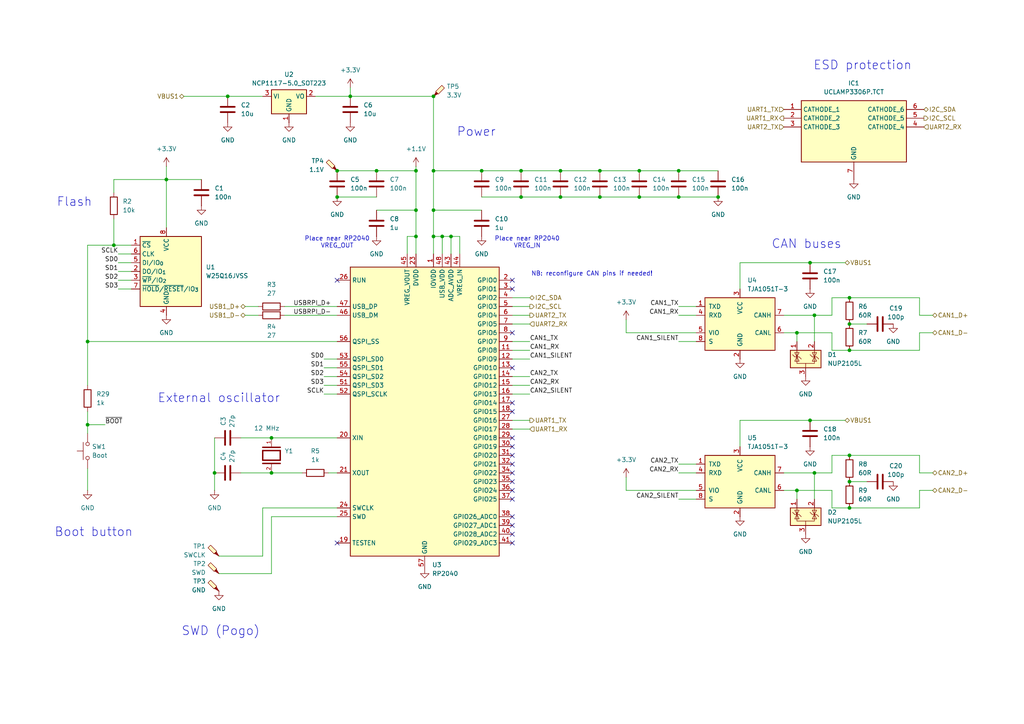
<source format=kicad_sch>
(kicad_sch (version 20250114) (generator "eeschema") (generator_version "9.0")
  (paper "A4")
  (title_block (title "UAV Sensor Probe") (date "2025-08-24") (rev "1") (comment 1 "Oleksiy Protas"))
  (lib_symbols
    (symbol "ABLS:ABLS-12.000MHZ-B4-T" (pin_names (offset 1.016))
      (property "Reference" "Y" (at -5.0878 3.8159 0))
      (property "Value" "ABLS-12.000MHZ-B4-T" (at -5.0944 -5.0944 0))
      (symbol "ABLS-12.000MHZ-B4-T_0_0"
        (polyline (pts (xy -2.3368 2.54) (xy -2.3368 -2.54)) (stroke (width 0.4064)))
        (polyline (pts (xy -1.397 2.54) (xy -1.397 -2.54)) (stroke (width 0.4064)))
        (polyline (pts (xy -1.397 2.54) (xy 1.397 2.54)) (stroke (width 0.4064)))
        (polyline (pts (xy 1.397 2.54) (xy 1.397 -2.54)) (stroke (width 0.4064)))
        (polyline (pts (xy 1.397 -2.54) (xy -1.397 -2.54)) (stroke (width 0.4064)))
        (polyline (pts (xy 2.3368 2.54) (xy 2.3368 -2.54)) (stroke (width 0.4064)))
        (pin passive line (at -5.08 0 0) (length 2.54) (name "~") (number "1"))
        (pin passive line (at 5.08 0 180) (length 2.54) (name "~") (number "2"))
      )
    )
    (symbol "Connector:TestPoint_Probe" (pin_numbers (hide yes)) (pin_names (offset 0.762) (hide yes))
      (property "Reference" "TP" (at 1.651 5.842 0))
      (property "Value" "TestPoint_Probe" (at 1.651 4.064 0))
      (symbol "TestPoint_Probe_0_1"
        (polyline (pts (xy 1.27 0.762) (xy 0 0) (xy 0.762 1.27) (xy 1.27 0.762)) (fill (type outline)))
        (polyline (pts (xy 1.397 0.635) (xy 0.635 1.397) (xy 2.413 3.175) (xy 3.175 2.413) (xy 1.397 0.635)) (fill (type background)))
      )
      (symbol "TestPoint_Probe_1_1"
        (pin passive line (at 0 0 90) (length 0) (name "1") (number "1"))
      )
    )
    (symbol "Device:C" (pin_numbers (hide yes)) (pin_names (offset 0.254))
      (property "Reference" "C" (at 0.635 2.54 0))
      (property "Value" "C" (at 0.635 -2.54 0))
      (symbol "C_0_1"
        (polyline (pts (xy -2.032 0.762) (xy 2.032 0.762)) (stroke (width 0.508)))
        (polyline (pts (xy -2.032 -0.762) (xy 2.032 -0.762)) (stroke (width 0.508)))
      )
      (symbol "C_1_1"
        (pin passive line (at 0 3.81 270) (length 2.794) (name "~") (number "1"))
        (pin passive line (at 0 -3.81 90) (length 2.794) (name "~") (number "2"))
      )
    )
    (symbol "Device:R" (pin_numbers (hide yes)) (pin_names (offset 0))
      (property "Reference" "R" (at 2.032 0 90))
      (property "Value" "R" (at 0 0 90))
      (symbol "R_0_1"
        (rectangle (start -1.016 -2.54) (end 1.016 2.54) (stroke (width 0.254)))
      )
      (symbol "R_1_1"
        (pin passive line (at 0 3.81 270) (length 1.27) (name "~") (number "1"))
        (pin passive line (at 0 -3.81 90) (length 1.27) (name "~") (number "2"))
      )
    )
    (symbol "Interface_CAN_LIN:TJA1051T-3" (pin_names (offset 1.016))
      (property "Reference" "U" (at -10.16 8.89 0))
      (property "Value" "TJA1051T-3" (at 1.27 8.89 0))
      (symbol "TJA1051T-3_0_1"
        (rectangle (start -10.16 7.62) (end 10.16 -7.62) (stroke (width 0.254)) (fill (type background)))
      )
      (symbol "TJA1051T-3_1_1"
        (pin input line (at -12.7 5.08 0) (length 2.54) (name "TXD") (number "1"))
        (pin output line (at -12.7 2.54 0) (length 2.54) (name "RXD") (number "4"))
        (pin power_in line (at -12.7 -2.54 0) (length 2.54) (name "VIO") (number "5"))
        (pin input line (at -12.7 -5.08 0) (length 2.54) (name "S") (number "8"))
        (pin power_in line (at 0 10.16 270) (length 2.54) (name "VCC") (number "3"))
        (pin power_in line (at 0 -10.16 90) (length 2.54) (name "GND") (number "2"))
        (pin bidirectional line (at 12.7 2.54 180) (length 2.54) (name "CANH") (number "7"))
        (pin bidirectional line (at 12.7 -2.54 180) (length 2.54) (name "CANL") (number "6"))
      )
    )
    (symbol "MCU_RaspberryPi:RP2040"
      (property "Reference" "U" (at 17.78 45.72 0))
      (property "Value" "RP2040" (at 17.78 43.18 0))
      (symbol "RP2040_0_1"
        (rectangle (start -21.59 41.91) (end 21.59 -41.91) (stroke (width 0.254)) (fill (type background)))
      )
      (symbol "RP2040_1_1"
        (pin input line (at -25.4 38.1 0) (length 3.81) (name "RUN") (number "26"))
        (pin bidirectional line (at -25.4 30.48 0) (length 3.81) (name "USB_DP") (number "47"))
        (pin bidirectional line (at -25.4 27.94 0) (length 3.81) (name "USB_DM") (number "46"))
        (pin bidirectional line (at -25.4 20.32 0) (length 3.81) (name "QSPI_SS") (number "56"))
        (pin bidirectional line (at -25.4 15.24 0) (length 3.81) (name "QSPI_SD0") (number "53"))
        (pin bidirectional line (at -25.4 12.7 0) (length 3.81) (name "QSPI_SD1") (number "55"))
        (pin bidirectional line (at -25.4 10.16 0) (length 3.81) (name "QSPI_SD2") (number "54"))
        (pin bidirectional line (at -25.4 7.62 0) (length 3.81) (name "QSPI_SD3") (number "51"))
        (pin output line (at -25.4 5.08 0) (length 3.81) (name "QSPI_SCLK") (number "52"))
        (pin input line (at -25.4 -7.62 0) (length 3.81) (name "XIN") (number "20"))
        (pin passive line (at -25.4 -17.78 0) (length 3.81) (name "XOUT") (number "21"))
        (pin input line (at -25.4 -27.94 0) (length 3.81) (name "SWCLK") (number "24"))
        (pin bidirectional line (at -25.4 -30.48 0) (length 3.81) (name "SWD") (number "25"))
        (pin input line (at -25.4 -38.1 0) (length 3.81) (name "TESTEN") (number "19"))
        (pin power_out line (at -5.08 45.72 270) (length 3.81) (name "VREG_VOUT") (number "45"))
        (pin power_in line (at -2.54 45.72 270) (length 3.81) (name "DVDD") (number "23"))
        (pin passive line (at -2.54 45.72 270) (length 3.81) (hide yes) (name "DVDD") (number "50"))
        (pin power_in line (at 0 -45.72 90) (length 3.81) (name "GND") (number "57"))
        (pin power_in line (at 2.54 45.72 270) (length 3.81) (name "IOVDD") (number "1"))
        (pin passive line (at 2.54 45.72 270) (length 3.81) (hide yes) (name "IOVDD") (number "10"))
        (pin passive line (at 2.54 45.72 270) (length 3.81) (hide yes) (name "IOVDD") (number "22"))
        (pin passive line (at 2.54 45.72 270) (length 3.81) (hide yes) (name "IOVDD") (number "33"))
        (pin passive line (at 2.54 45.72 270) (length 3.81) (hide yes) (name "IOVDD") (number "42"))
        (pin passive line (at 2.54 45.72 270) (length 3.81) (hide yes) (name "IOVDD") (number "49"))
        (pin power_in line (at 5.08 45.72 270) (length 3.81) (name "USB_VDD") (number "48"))
        (pin power_in line (at 7.62 45.72 270) (length 3.81) (name "ADC_AVDD") (number "43"))
        (pin power_in line (at 10.16 45.72 270) (length 3.81) (name "VREG_IN") (number "44"))
        (pin bidirectional line (at 25.4 38.1 180) (length 3.81) (name "GPIO0") (number "2"))
        (pin bidirectional line (at 25.4 35.56 180) (length 3.81) (name "GPIO1") (number "3"))
        (pin bidirectional line (at 25.4 33.02 180) (length 3.81) (name "GPIO2") (number "4"))
        (pin bidirectional line (at 25.4 30.48 180) (length 3.81) (name "GPIO3") (number "5"))
        (pin bidirectional line (at 25.4 27.94 180) (length 3.81) (name "GPIO4") (number "6"))
        (pin bidirectional line (at 25.4 25.4 180) (length 3.81) (name "GPIO5") (number "7"))
        (pin bidirectional line (at 25.4 22.86 180) (length 3.81) (name "GPIO6") (number "8"))
        (pin bidirectional line (at 25.4 20.32 180) (length 3.81) (name "GPIO7") (number "9"))
        (pin bidirectional line (at 25.4 17.78 180) (length 3.81) (name "GPIO8") (number "11"))
        (pin bidirectional line (at 25.4 15.24 180) (length 3.81) (name "GPIO9") (number "12"))
        (pin bidirectional line (at 25.4 12.7 180) (length 3.81) (name "GPIO10") (number "13"))
        (pin bidirectional line (at 25.4 10.16 180) (length 3.81) (name "GPIO11") (number "14"))
        (pin bidirectional line (at 25.4 7.62 180) (length 3.81) (name "GPIO12") (number "15"))
        (pin bidirectional line (at 25.4 5.08 180) (length 3.81) (name "GPIO13") (number "16"))
        (pin bidirectional line (at 25.4 2.54 180) (length 3.81) (name "GPIO14") (number "17"))
        (pin bidirectional line (at 25.4 0 180) (length 3.81) (name "GPIO15") (number "18"))
        (pin bidirectional line (at 25.4 -2.54 180) (length 3.81) (name "GPIO16") (number "27"))
        (pin bidirectional line (at 25.4 -5.08 180) (length 3.81) (name "GPIO17") (number "28"))
        (pin bidirectional line (at 25.4 -7.62 180) (length 3.81) (name "GPIO18") (number "29"))
        (pin bidirectional line (at 25.4 -10.16 180) (length 3.81) (name "GPIO19") (number "30"))
        (pin bidirectional line (at 25.4 -12.7 180) (length 3.81) (name "GPIO20") (number "31"))
        (pin bidirectional line (at 25.4 -15.24 180) (length 3.81) (name "GPIO21") (number "32"))
        (pin bidirectional line (at 25.4 -17.78 180) (length 3.81) (name "GPIO22") (number "34"))
        (pin bidirectional line (at 25.4 -20.32 180) (length 3.81) (name "GPIO23") (number "35"))
        (pin bidirectional line (at 25.4 -22.86 180) (length 3.81) (name "GPIO24") (number "36"))
        (pin bidirectional line (at 25.4 -25.4 180) (length 3.81) (name "GPIO25") (number "37"))
        (pin bidirectional line (at 25.4 -30.48 180) (length 3.81) (name "GPIO26_ADC0") (number "38"))
        (pin bidirectional line (at 25.4 -33.02 180) (length 3.81) (name "GPIO27_ADC1") (number "39"))
        (pin bidirectional line (at 25.4 -35.56 180) (length 3.81) (name "GPIO28_ADC2") (number "40"))
        (pin bidirectional line (at 25.4 -38.1 180) (length 3.81) (name "GPIO29_ADC3") (number "41"))
      )
    )
    (symbol "Memory_Flash:W25Q16JVSS"
      (property "Reference" "U" (at -6.35 11.43 0))
      (property "Value" "W25Q16JVSS" (at 7.62 11.43 0))
      (symbol "W25Q16JVSS_0_1"
        (rectangle (start -7.62 10.16) (end 10.16 -10.16) (stroke (width 0.254)) (fill (type background)))
      )
      (symbol "W25Q16JVSS_1_1"
        (pin input line (at -10.16 7.62 0) (length 2.54) (name "~{CS}") (number "1"))
        (pin input line (at -10.16 5.08 0) (length 2.54) (name "CLK") (number "6"))
        (pin bidirectional line (at -10.16 2.54 0) (length 2.54) (name "DI/IO_{0}") (number "5"))
        (pin bidirectional line (at -10.16 0 0) (length 2.54) (name "DO/IO_{1}") (number "2"))
        (pin bidirectional line (at -10.16 -2.54 0) (length 2.54) (name "~{WP}/IO_{2}") (number "3"))
        (pin bidirectional line (at -10.16 -5.08 0) (length 2.54) (name "~{HOLD}/~{RESET}/IO_{3}") (number "7"))
        (pin power_in line (at 0 12.7 270) (length 2.54) (name "VCC") (number "8"))
        (pin power_in line (at 0 -12.7 90) (length 2.54) (name "GND") (number "4"))
      )
    )
    (symbol "Power_Protection:NUP2105L" (pin_names (hide yes))
      (property "Reference" "D" (at 5.715 2.54 0))
      (property "Value" "NUP2105L" (at 5.715 0.635 0))
      (symbol "NUP2105L_0_0"
        (pin passive line (at 0 -5.08 90) (length 2.54) (name "A") (number "3"))
      )
      (symbol "NUP2105L_0_1"
        (rectangle (start -4.445 2.54) (end 4.445 -2.54) (stroke (width 0.254)) (fill (type background)))
        (polyline (pts (xy -3.81 1.27) (xy -3.175 0.635) (xy -1.905 0.635) (xy -1.27 0)))
        (polyline (pts (xy -2.54 2.54) (xy -2.54 0.635)))
        (polyline (pts (xy -2.54 0.635) (xy -2.54 -1.27) (xy 2.54 -1.27) (xy 2.54 0.635)))
        (polyline (pts (xy -2.54 0.635) (xy -1.905 -0.635) (xy -3.175 -0.635) (xy -2.54 0.635)))
        (polyline (pts (xy -2.54 0.635) (xy -3.175 1.905) (xy -1.905 1.905) (xy -2.54 0.635) (xy -2.54 1.27)))
        (polyline (pts (xy 0 -1.27) (xy 0 -2.54)))
        (polyline (pts (xy 1.27 1.27) (xy 1.905 0.635) (xy 2.54 0.635) (xy 3.175 0.635) (xy 3.81 0)))
        (polyline (pts (xy 2.54 2.54) (xy 2.54 0.635)))
        (polyline (pts (xy 2.54 0.635) (xy 1.905 -0.635) (xy 3.175 -0.635) (xy 2.54 0.635)))
        (polyline (pts (xy 2.54 0.635) (xy 3.175 1.905) (xy 1.905 1.905) (xy 2.54 0.635)))
      )
      (symbol "NUP2105L_1_1"
        (pin passive line (at -2.54 5.08 270) (length 2.54) (name "K") (number "1"))
        (pin passive line (at 2.54 5.08 270) (length 2.54) (name "K") (number "2"))
      )
    )
    (symbol "Regulator_Linear:NCP1117-5.0_SOT223"
      (property "Reference" "U" (at -3.81 3.175 0))
      (property "Value" "NCP1117-5.0_SOT223" (at 0 3.175 0))
      (symbol "NCP1117-5.0_SOT223_0_1"
        (rectangle (start -5.08 -5.08) (end 5.08 1.905) (stroke (width 0.254)) (fill (type background)))
      )
      (symbol "NCP1117-5.0_SOT223_1_1"
        (pin power_in line (at -7.62 0 0) (length 2.54) (name "VI") (number "3"))
        (pin power_in line (at 0 -7.62 90) (length 2.54) (name "GND") (number "1"))
        (pin power_out line (at 7.62 0 180) (length 2.54) (name "VO") (number "2"))
      )
    )
    (symbol "Switch:SW_Push" (pin_numbers (hide yes)) (pin_names (offset 1.016) (hide yes))
      (property "Reference" "SW1" (at 1.2701 -1.27 90))
      (property "Value" "Boot" (at -1.2699 -1.27 90))
      (symbol "SW_Push_0_1"
        (circle (center -2.032 0) (radius 0.508))
        (polyline (pts (xy 0 1.27) (xy 0 3.048)))
        (circle (center 2.032 0) (radius 0.508))
        (polyline (pts (xy 2.54 1.27) (xy -2.54 1.27)))
        (pin power_out line (at -5.08 0 0) (length 2.54) (name "1") (number "1"))
        (pin passive line (at 5.08 0 180) (length 2.54) (name "2") (number "2"))
      )
    )
    (symbol "UCLAMP330:UCLAMP3306P.TCT"
      (property "Reference" "IC" (at 36.83 7.62 0))
      (property "Value" "UCLAMP3306P.TCT" (at 36.83 5.08 0))
      (symbol "UCLAMP3306P.TCT_1_1"
        (rectangle (start 5.08 2.54) (end 35.56 -15.24) (stroke (width 0.254)) (fill (type background)))
        (pin passive line (at 0 0 0) (length 5.08) (name "CATHODE_1") (number "1"))
        (pin passive line (at 0 -2.54 0) (length 5.08) (name "CATHODE_2") (number "2"))
        (pin passive line (at 0 -5.08 0) (length 5.08) (name "CATHODE_3") (number "3"))
        (pin passive line (at 20.32 -20.32 90) (length 5.08) (name "GND") (number "7"))
        (pin passive line (at 40.64 0 180) (length 5.08) (name "CATHODE_6") (number "6"))
        (pin passive line (at 40.64 -2.54 180) (length 5.08) (name "CATHODE_5") (number "5"))
        (pin passive line (at 40.64 -5.08 180) (length 5.08) (name "CATHODE_4") (number "4"))
      )
    )
    (symbol "power:+1V1" (power) (pin_numbers (hide yes)) (pin_names (offset 0) (hide yes))
      (property "Value" "+1V1" (at 0 3.556 0))
      (symbol "+1V1_0_1"
        (polyline (pts (xy -0.762 1.27) (xy 0 2.54)))
        (polyline (pts (xy 0 2.54) (xy 0.762 1.27)))
        (polyline (pts (xy 0 0) (xy 0 2.54)))
      )
      (symbol "+1V1_1_1"
        (pin power_in line (at 0 0 90) (length 0) (name "~") (number "1"))
      )
    )
    (symbol "power:+3.3V" (power) (pin_numbers (hide yes)) (pin_names (offset 0) (hide yes))
      (property "Value" "+3.3V" (at 0 3.556 0))
      (symbol "+3.3V_0_1"
        (polyline (pts (xy -0.762 1.27) (xy 0 2.54)))
        (polyline (pts (xy 0 2.54) (xy 0.762 1.27)))
        (polyline (pts (xy 0 0) (xy 0 2.54)))
      )
      (symbol "+3.3V_1_1"
        (pin power_in line (at 0 0 90) (length 0) (name "~") (number "1"))
      )
    )
    (symbol "power:GND" (power) (pin_numbers (hide yes)) (pin_names (offset 0) (hide yes))
      (property "Value" "GND" (at 0 -3.81 0))
      (symbol "GND_0_1"
        (polyline (pts (xy 0 0) (xy 0 -1.27) (xy 1.27 -1.27) (xy 0 -2.54) (xy -1.27 -1.27) (xy 0 -1.27)))
      )
      (symbol "GND_1_1"
        (pin power_in line (at 0 0 270) (length 0) (name "~") (number "1"))
      )
    )
  )
  (text "Power" (at 138.176 38.354 0) (effects (font (size 2.54 2.54))))
  (text "Place near RP2040\nVREG_OUT" (at 97.79 70.358 0) (effects (font (size 1.27 1.27))))
  (text "ESD protection" (at 250.19 19.05 0) (effects (font (size 2.54 2.54))))
  (text "CAN buses" (at 233.934 70.866 0) (effects (font (size 2.54 2.54))))
  (text "Flash" (at 21.59 58.674 0) (effects (font (size 2.54 2.54))))
  (text "Place near RP2040\nVREG_IN" (at 152.908 70.358 0) (effects (font (size 1.27 1.27))))
  (text "NB: reconfigure CAN pins if needed!" (at 171.704 79.502 0) (effects (font (size 1.27 1.27))))
  (text "Boot button" (at 27.178 154.432 0) (effects (font (size 2.54 2.54))))
  (text "SWD (Pogo)" (at 64.008 183.134 0) (effects (font (size 2.54 2.54))))
  (text "External oscillator" (at 63.5 115.57 0) (effects (font (size 2.54 2.54))))
  (junction (at 196.85 57.15))
  (junction (at 246.38 101.6))
  (junction (at 185.42 57.15))
  (junction (at 246.38 139.7))
  (junction (at 236.22 137.16))
  (junction (at 139.7 49.53))
  (junction (at 78.74 137.16))
  (junction (at 234.95 121.92))
  (junction (at 97.79 57.15))
  (junction (at 120.65 68.58))
  (junction (at 246.38 147.32))
  (junction (at 196.85 49.53))
  (junction (at 208.28 57.15))
  (junction (at 109.22 49.53))
  (junction (at 173.99 49.53))
  (junction (at 33.02 71.12))
  (junction (at 120.65 60.96))
  (junction (at 234.95 76.2))
  (junction (at 125.73 60.96))
  (junction (at 48.26 52.07))
  (junction (at 162.56 57.15))
  (junction (at 25.4 123.19))
  (junction (at 101.6 27.94))
  (junction (at 125.73 68.58))
  (junction (at 128.27 68.58))
  (junction (at 125.73 49.53))
  (junction (at 130.81 68.58))
  (junction (at 185.42 49.53))
  (junction (at 231.14 96.52))
  (junction (at 231.14 142.24))
  (junction (at 125.73 27.94))
  (junction (at 62.23 137.16))
  (junction (at 151.13 57.15))
  (junction (at 25.4 99.06))
  (junction (at 173.99 57.15))
  (junction (at 246.38 132.08))
  (junction (at 162.56 49.53))
  (junction (at 120.65 49.53))
  (junction (at 97.79 49.53))
  (junction (at 151.13 49.53))
  (junction (at 78.74 127))
  (junction (at 66.04 27.94))
  (junction (at 236.22 91.44))
  (junction (at 246.38 93.98))
  (junction (at 246.38 86.36))
  (no_connect (at 148.59 157.48))
  (no_connect (at 97.79 157.48))
  (no_connect (at 148.59 83.82))
  (no_connect (at 148.59 142.24))
  (no_connect (at 148.59 134.62))
  (no_connect (at 148.59 106.68))
  (no_connect (at 148.59 96.52))
  (no_connect (at 148.59 127))
  (no_connect (at 148.59 132.08))
  (no_connect (at 148.59 152.4))
  (no_connect (at 148.59 137.16))
  (no_connect (at 148.59 139.7))
  (no_connect (at 148.59 81.28))
  (no_connect (at 97.79 81.28))
  (no_connect (at 148.59 129.54))
  (no_connect (at 148.59 119.38))
  (no_connect (at 148.59 116.84))
  (no_connect (at 148.59 149.86))
  (no_connect (at 148.59 154.94))
  (no_connect (at 148.59 144.78))
  (wire (pts (xy 62.23 127) (xy 62.23 137.16)))
  (wire (pts (xy 120.65 48.26) (xy 120.65 49.53)))
  (wire (pts (xy 162.56 49.53) (xy 173.99 49.53)))
  (wire (pts (xy 97.79 147.32) (xy 76.2 147.32)))
  (wire (pts (xy 162.56 57.15) (xy 173.99 57.15)))
  (wire (pts (xy 101.6 25.4) (xy 101.6 27.94)))
  (wire (pts (xy 246.38 101.6) (xy 266.7 101.6)))
  (wire (pts (xy 69.85 127) (xy 78.74 127)))
  (wire (pts (xy 25.4 135.89) (xy 25.4 142.24)))
  (wire (pts (xy 53.34 27.94) (xy 66.04 27.94)))
  (wire (pts (xy 34.29 78.74) (xy 38.1 78.74)))
  (wire (pts (xy 62.23 137.16) (xy 62.23 142.24)))
  (wire (pts (xy 266.7 91.44) (xy 266.7 86.36)))
  (wire (pts (xy 125.73 49.53) (xy 139.7 49.53)))
  (wire (pts (xy 48.26 48.26) (xy 48.26 52.07)))
  (wire (pts (xy 151.13 49.53) (xy 162.56 49.53)))
  (wire (pts (xy 76.2 147.32) (xy 76.2 161.29)))
  (wire (pts (xy 25.4 123.19) (xy 25.4 119.38)))
  (wire (pts (xy 82.55 88.9) (xy 97.79 88.9)))
  (wire (pts (xy 231.14 142.24) (xy 241.3 142.24)))
  (wire (pts (xy 266.7 142.24) (xy 266.7 147.32)))
  (wire (pts (xy 181.61 96.52) (xy 201.93 96.52)))
  (wire (pts (xy 241.3 91.44) (xy 241.3 86.36)))
  (wire (pts (xy 153.67 93.98) (xy 148.59 93.98)))
  (wire (pts (xy 93.98 111.76) (xy 97.79 111.76)))
  (wire (pts (xy 241.3 96.52) (xy 241.3 101.6)))
  (wire (pts (xy 181.61 142.24) (xy 201.93 142.24)))
  (wire (pts (xy 196.85 57.15) (xy 208.28 57.15)))
  (wire (pts (xy 120.65 49.53) (xy 120.65 60.96)))
  (wire (pts (xy 231.14 142.24) (xy 231.14 144.78)))
  (wire (pts (xy 270.51 96.52) (xy 266.7 96.52)))
  (wire (pts (xy 245.11 76.2) (xy 234.95 76.2)))
  (wire (pts (xy 153.67 88.9) (xy 148.59 88.9)))
  (wire (pts (xy 91.44 27.94) (xy 101.6 27.94)))
  (wire (pts (xy 153.67 91.44) (xy 148.59 91.44)))
  (wire (pts (xy 173.99 57.15) (xy 185.42 57.15)))
  (wire (pts (xy 270.51 142.24) (xy 266.7 142.24)))
  (wire (pts (xy 118.11 68.58) (xy 120.65 68.58)))
  (wire (pts (xy 148.59 109.22) (xy 153.67 109.22)))
  (wire (pts (xy 128.27 68.58) (xy 130.81 68.58)))
  (wire (pts (xy 82.55 91.44) (xy 97.79 91.44)))
  (wire (pts (xy 125.73 49.53) (xy 125.73 60.96)))
  (wire (pts (xy 33.02 55.88) (xy 33.02 52.07)))
  (wire (pts (xy 130.81 68.58) (xy 133.35 68.58)))
  (wire (pts (xy 48.26 52.07) (xy 58.42 52.07)))
  (wire (pts (xy 214.63 83.82) (xy 214.63 76.2)))
  (wire (pts (xy 196.85 137.16) (xy 201.93 137.16)))
  (wire (pts (xy 25.4 111.76) (xy 25.4 99.06)))
  (wire (pts (xy 246.38 139.7) (xy 251.46 139.7)))
  (wire (pts (xy 120.65 60.96) (xy 120.65 68.58)))
  (wire (pts (xy 214.63 129.54) (xy 214.63 121.92)))
  (wire (pts (xy 125.73 68.58) (xy 125.73 73.66)))
  (wire (pts (xy 120.65 68.58) (xy 120.65 73.66)))
  (wire (pts (xy 196.85 134.62) (xy 201.93 134.62)))
  (wire (pts (xy 196.85 99.06) (xy 201.93 99.06)))
  (wire (pts (xy 38.1 71.12) (xy 33.02 71.12)))
  (wire (pts (xy 34.29 83.82) (xy 38.1 83.82)))
  (wire (pts (xy 139.7 49.53) (xy 151.13 49.53)))
  (wire (pts (xy 118.11 73.66) (xy 118.11 68.58)))
  (wire (pts (xy 34.29 73.66) (xy 38.1 73.66)))
  (wire (pts (xy 148.59 114.3) (xy 153.67 114.3)))
  (wire (pts (xy 196.85 49.53) (xy 208.28 49.53)))
  (wire (pts (xy 78.74 137.16) (xy 87.63 137.16)))
  (wire (pts (xy 63.5 166.37) (xy 78.74 166.37)))
  (wire (pts (xy 196.85 144.78) (xy 201.93 144.78)))
  (wire (pts (xy 71.12 88.9) (xy 74.93 88.9)))
  (wire (pts (xy 148.59 104.14) (xy 153.67 104.14)))
  (wire (pts (xy 227.33 96.52) (xy 231.14 96.52)))
  (wire (pts (xy 78.74 166.37) (xy 78.74 149.86)))
  (wire (pts (xy 125.73 60.96) (xy 139.7 60.96)))
  (wire (pts (xy 125.73 27.94) (xy 125.73 49.53)))
  (wire (pts (xy 33.02 71.12) (xy 33.02 63.5)))
  (wire (pts (xy 245.11 121.92) (xy 234.95 121.92)))
  (wire (pts (xy 153.67 121.92) (xy 148.59 121.92)))
  (wire (pts (xy 236.22 137.16) (xy 241.3 137.16)))
  (wire (pts (xy 34.29 81.28) (xy 38.1 81.28)))
  (wire (pts (xy 78.74 127) (xy 97.79 127)))
  (wire (pts (xy 196.85 88.9) (xy 201.93 88.9)))
  (wire (pts (xy 270.51 91.44) (xy 266.7 91.44)))
  (wire (pts (xy 125.73 68.58) (xy 128.27 68.58)))
  (wire (pts (xy 25.4 99.06) (xy 97.79 99.06)))
  (wire (pts (xy 95.25 137.16) (xy 97.79 137.16)))
  (wire (pts (xy 148.59 111.76) (xy 153.67 111.76)))
  (wire (pts (xy 93.98 114.3) (xy 97.79 114.3)))
  (wire (pts (xy 78.74 149.86) (xy 97.79 149.86)))
  (wire (pts (xy 153.67 101.6) (xy 148.59 101.6)))
  (wire (pts (xy 185.42 57.15) (xy 196.85 57.15)))
  (wire (pts (xy 241.3 142.24) (xy 241.3 147.32)))
  (wire (pts (xy 236.22 137.16) (xy 236.22 144.78)))
  (wire (pts (xy 196.85 91.44) (xy 201.93 91.44)))
  (wire (pts (xy 109.22 60.96) (xy 120.65 60.96)))
  (wire (pts (xy 214.63 121.92) (xy 234.95 121.92)))
  (wire (pts (xy 128.27 68.58) (xy 128.27 73.66)))
  (wire (pts (xy 181.61 138.43) (xy 181.61 142.24)))
  (wire (pts (xy 185.42 49.53) (xy 196.85 49.53)))
  (wire (pts (xy 246.38 132.08) (xy 266.7 132.08)))
  (wire (pts (xy 69.85 137.16) (xy 78.74 137.16)))
  (wire (pts (xy 97.79 57.15) (xy 109.22 57.15)))
  (wire (pts (xy 241.3 101.6) (xy 246.38 101.6)))
  (wire (pts (xy 266.7 96.52) (xy 266.7 101.6)))
  (wire (pts (xy 97.79 49.53) (xy 109.22 49.53)))
  (wire (pts (xy 227.33 137.16) (xy 236.22 137.16)))
  (wire (pts (xy 93.98 106.68) (xy 97.79 106.68)))
  (wire (pts (xy 236.22 91.44) (xy 241.3 91.44)))
  (wire (pts (xy 93.98 104.14) (xy 97.79 104.14)))
  (wire (pts (xy 214.63 76.2) (xy 234.95 76.2)))
  (wire (pts (xy 241.3 147.32) (xy 246.38 147.32)))
  (wire (pts (xy 236.22 91.44) (xy 236.22 99.06)))
  (wire (pts (xy 76.2 161.29) (xy 63.5 161.29)))
  (wire (pts (xy 133.35 68.58) (xy 133.35 73.66)))
  (wire (pts (xy 25.4 71.12) (xy 25.4 99.06)))
  (wire (pts (xy 231.14 96.52) (xy 231.14 99.06)))
  (wire (pts (xy 241.3 132.08) (xy 246.38 132.08)))
  (wire (pts (xy 151.13 57.15) (xy 162.56 57.15)))
  (wire (pts (xy 25.4 125.73) (xy 25.4 123.19)))
  (wire (pts (xy 241.3 86.36) (xy 246.38 86.36)))
  (wire (pts (xy 71.12 91.44) (xy 74.93 91.44)))
  (wire (pts (xy 101.6 27.94) (xy 125.73 27.94)))
  (wire (pts (xy 227.33 142.24) (xy 231.14 142.24)))
  (wire (pts (xy 33.02 52.07) (xy 48.26 52.07)))
  (wire (pts (xy 241.3 137.16) (xy 241.3 132.08)))
  (wire (pts (xy 125.73 60.96) (xy 125.73 68.58)))
  (wire (pts (xy 93.98 109.22) (xy 97.79 109.22)))
  (wire (pts (xy 266.7 137.16) (xy 266.7 132.08)))
  (wire (pts (xy 246.38 147.32) (xy 266.7 147.32)))
  (wire (pts (xy 173.99 49.53) (xy 185.42 49.53)))
  (wire (pts (xy 66.04 27.94) (xy 76.2 27.94)))
  (wire (pts (xy 181.61 92.71) (xy 181.61 96.52)))
  (wire (pts (xy 34.29 76.2) (xy 38.1 76.2)))
  (wire (pts (xy 130.81 68.58) (xy 130.81 73.66)))
  (wire (pts (xy 153.67 124.46) (xy 148.59 124.46)))
  (wire (pts (xy 246.38 93.98) (xy 251.46 93.98)))
  (wire (pts (xy 231.14 96.52) (xy 241.3 96.52)))
  (wire (pts (xy 109.22 49.53) (xy 120.65 49.53)))
  (wire (pts (xy 33.02 71.12) (xy 25.4 71.12)))
  (wire (pts (xy 227.33 91.44) (xy 236.22 91.44)))
  (wire (pts (xy 270.51 137.16) (xy 266.7 137.16)))
  (wire (pts (xy 153.67 99.06) (xy 148.59 99.06)))
  (wire (pts (xy 246.38 86.36) (xy 266.7 86.36)))
  (wire (pts (xy 48.26 52.07) (xy 48.26 66.04)))
  (wire (pts (xy 25.4 123.19) (xy 30.48 123.19)))
  (wire (pts (xy 139.7 57.15) (xy 151.13 57.15)))
  (wire (pts (xy 153.67 86.36) (xy 148.59 86.36)))
  (label "SD2" (at 34.29 81.28 180))
  (label "CAN1_RX" (at 153.67 101.6 0))
  (label "CAN2_TX" (at 153.67 109.22 0))
  (label "SD3" (at 34.29 83.82 180))
  (label "CAN1_RX" (at 196.85 91.44 180))
  (label "SD1" (at 34.29 78.74 180))
  (label "SD2" (at 93.98 109.22 180))
  (label "SD3" (at 93.98 111.76 180))
  (label "CAN2_SILENT" (at 153.67 114.3 0))
  (label "CAN2_TX" (at 196.85 134.62 180))
  (label "SD1" (at 93.98 106.68 180))
  (label "SD0" (at 34.29 76.2 180))
  (label "CAN2_SILENT" (at 196.85 144.78 180))
  (label "CAN2_RX" (at 196.85 137.16 180))
  (label "CAN1_TX" (at 153.67 99.06 0))
  (label "USBRPI_D-" (at 85.09 91.44 0))
  (label "USBRPI_D+" (at 85.09 88.9 0))
  (label "SCLK" (at 34.29 73.66 180))
  (label "CAN1_SILENT" (at 153.67 104.14 0))
  (label "CAN1_TX" (at 196.85 88.9 180))
  (label "SCLK" (at 93.98 114.3 180))
  (label "CAN2_RX" (at 153.67 111.76 0))
  (label "~{BOOT}" (at 30.48 123.19 0))
  (label "SD0" (at 93.98 104.14 180))
  (label "CAN1_SILENT" (at 196.85 99.06 180))
  (hierarchical_label "VBUS1" (shape bidirectional) (at 245.11 76.2 0))
  (hierarchical_label "I2C_SCL" (shape output) (at 153.67 88.9 0))
  (hierarchical_label "VBUS1" (shape bidirectional) (at 53.34 27.94 180))
  (hierarchical_label "USB1_D+" (shape bidirectional) (at 71.12 88.9 180))
  (hierarchical_label "UART1_TX" (shape output) (at 153.67 121.92 0))
  (hierarchical_label "UART2_RX" (shape input) (at 153.67 93.98 0))
  (hierarchical_label "UART2_TX" (shape output) (at 153.67 91.44 0))
  (hierarchical_label "CAN2_D+" (shape bidirectional) (at 270.51 137.16 0))
  (hierarchical_label "USB1_D-" (shape bidirectional) (at 71.12 91.44 180))
  (hierarchical_label "I2C_SDA" (shape bidirectional) (at 267.97 31.75 0))
  (hierarchical_label "UART1_TX" (shape input) (at 227.33 31.75 180))
  (hierarchical_label "UART2_RX" (shape input) (at 267.97 36.83 0))
  (hierarchical_label "UART2_TX" (shape input) (at 227.33 36.83 180))
  (hierarchical_label "CAN1_D+" (shape bidirectional) (at 270.51 91.44 0))
  (hierarchical_label "UART1_RX" (shape input) (at 153.67 124.46 0))
  (hierarchical_label "CAN2_D-" (shape bidirectional) (at 270.51 142.24 0))
  (hierarchical_label "CAN1_D-" (shape bidirectional) (at 270.51 96.52 0))
  (hierarchical_label "I2C_SDA" (shape bidirectional) (at 153.67 86.36 0))
  (hierarchical_label "I2C_SCL" (shape output) (at 267.97 34.29 0))
  (hierarchical_label "UART1_RX" (shape output) (at 227.33 34.29 180))
  (hierarchical_label "VBUS1" (shape bidirectional) (at 245.11 121.92 0))
  (symbol (lib_id "power:GND") (at 259.08 93.98 0) (unit 1)
    (property "Reference" "#PWR026" (effects (hide yes)))
    (property "Value" "GND" (at 259.08 99.06 0))
    (property "Description" "Power symbol creates a global label with name \"GND\" , ground" (effects (hide yes)))
  )
  (symbol (lib_id "Device:C") (at 255.27 139.7 270) (mirror x) (unit 1)
    (property "Reference" "C20" (at 259.842 135.128 90))
    (property "Value" "100p" (at 259.842 137.668 90))
    (property "Footprint" "Capacitor_SMD:C_0402_1005Metric" (effects (hide yes)))
    (property "Description" "Unpolarized capacitor" (effects (hide yes)))
  )
  (symbol (lib_id "power:+3.3V") (at 181.61 138.43 0) (unit 1)
    (property "Reference" "#PWR017" (effects (hide yes)))
    (property "Value" "+3.3V" (at 181.61 133.35 0))
    (property "Description" "Power symbol creates a global label with name \"+3.3V\"" (effects (hide yes)))
  )
  (symbol (lib_id "Connector:TestPoint_Probe") (at 125.73 27.94 0) (unit 1) (in_bom no)
    (property "Reference" "TP5" (at 129.54 25.0824 0) (effects (justify left)))
    (property "Value" "3.3V" (at 129.54 27.6224 0) (effects (justify left)))
    (property "Footprint" "TestPoint:TestPoint_Pad_D1.5mm" (effects (hide yes)))
    (property "Description" "test point (alternative probe-style design)" (effects (hide yes)))
  )
  (symbol (lib_id "Connector:TestPoint_Probe") (at 63.5 166.37 0) (mirror y) (unit 1) (in_bom no)
    (property "Reference" "TP2" (at 59.69 163.5124 0) (effects (justify left)))
    (property "Value" "SWD" (at 59.69 166.0524 0) (effects (justify left)))
    (property "Footprint" "TestPoint:TestPoint_Pad_D1.5mm" (effects (hide yes)))
    (property "Description" "test point (alternative probe-style design)" (effects (hide yes)))
  )
  (symbol (lib_id "Device:C") (at 66.04 31.75 0) (unit 1)
    (property "Reference" "C2" (at 69.85 30.4799 0) (effects (justify left)))
    (property "Value" "10u" (at 69.85 33.0199 0) (effects (justify left)))
    (property "Footprint" "Capacitor_SMD:C_0402_1005Metric" (effects (hide yes)))
    (property "Description" "Unpolarized capacitor" (effects (hide yes)))
  )
  (symbol (lib_id "power:GND") (at 259.08 139.7 0) (unit 1)
    (property "Reference" "#PWR027" (effects (hide yes)))
    (property "Value" "GND" (at 259.08 144.78 0))
    (property "Description" "Power symbol creates a global label with name \"GND\" , ground" (effects (hide yes)))
  )
  (symbol (lib_id "Device:R") (at 78.74 88.9 90) (unit 1)
    (property "Reference" "R3" (at 78.74 82.55 90))
    (property "Value" "27" (at 78.74 85.09 90))
    (property "Footprint" "Resistor_SMD:R_0603_1608Metric" (effects (hide yes)))
    (property "Description" "Resistor" (effects (hide yes)))
  )
  (symbol (lib_id "Device:R") (at 91.44 137.16 90) (unit 1)
    (property "Reference" "R5" (at 91.44 130.81 90))
    (property "Value" "1k" (at 91.44 133.35 90))
    (property "Footprint" "Resistor_SMD:R_0402_1005Metric" (effects (hide yes)))
    (property "Description" "Resistor" (effects (hide yes)))
  )
  (symbol (lib_id "power:GND") (at 234.95 129.54 0) (unit 1)
    (property "Reference" "#PWR024" (effects (hide yes)))
    (property "Value" "GND" (at 234.95 134.62 0))
    (property "Description" "Power symbol creates a global label with name \"GND\" , ground" (effects (hide yes)))
  )
  (symbol (lib_id "power:GND") (at 234.95 83.82 0) (unit 1)
    (property "Reference" "#PWR023" (effects (hide yes)))
    (property "Value" "GND" (at 234.95 88.9 0))
    (property "Description" "Power symbol creates a global label with name \"GND\" , ground" (effects (hide yes)))
  )
  (symbol (lib_id "Device:C") (at 151.13 53.34 0) (unit 1)
    (property "Reference" "C11" (at 154.94 52.0699 0) (effects (justify left)))
    (property "Value" "100n" (at 154.94 54.6099 0) (effects (justify left)))
    (property "Footprint" "Capacitor_SMD:C_0402_1005Metric" (effects (hide yes)))
    (property "Description" "Unpolarized capacitor" (effects (hide yes)))
  )
  (symbol (lib_id "power:+3.3V") (at 48.26 48.26 0) (unit 1)
    (property "Reference" "#PWR02" (effects (hide yes)))
    (property "Value" "+3.3V" (at 48.26 43.18 0))
    (property "Description" "Power symbol creates a global label with name \"+3.3V\"" (effects (hide yes)))
  )
  (symbol (lib_id "Device:R") (at 246.38 97.79 180) (unit 1)
    (property "Reference" "R7" (at 248.92 96.5199 0) (effects (justify right)))
    (property "Value" "60R" (at 248.92 99.0599 0) (effects (justify right)))
    (property "Footprint" "Resistor_SMD:R_0402_1005Metric" (effects (hide yes)))
    (property "Description" "Resistor" (effects (hide yes)))
  )
  (symbol (lib_id "power:+1V1") (at 120.65 48.26 0) (unit 1)
    (property "Reference" "#PWR013" (effects (hide yes)))
    (property "Value" "+1.1V" (at 120.65 43.18 0))
    (property "Description" "Power symbol creates a global label with name \"+1V1\"" (effects (hide yes)))
  )
  (symbol (lib_id "power:GND") (at 109.22 68.58 0) (unit 1)
    (property "Reference" "#PWR012" (effects (hide yes)))
    (property "Value" "GND" (at 109.22 73.66 0))
    (property "Description" "Power symbol creates a global label with name \"GND\" , ground" (effects (hide yes)))
  )
  (symbol (lib_id "power:GND") (at 247.65 52.07 0) (unit 1)
    (property "Reference" "#PWR025" (effects (hide yes)))
    (property "Value" "GND" (at 247.65 57.15 0))
    (property "Description" "Power symbol creates a global label with name \"GND\" , ground" (effects (hide yes)))
  )
  (symbol (lib_id "power:+3.3V") (at 101.6 25.4 0) (unit 1)
    (property "Reference" "#PWR010" (effects (hide yes)))
    (property "Value" "+3.3V" (at 101.6 20.32 0))
    (property "Description" "Power symbol creates a global label with name \"+3.3V\"" (effects (hide yes)))
  )
  (symbol (lib_id "Device:C") (at 196.85 53.34 0) (unit 1)
    (property "Reference" "C15" (at 200.66 52.0699 0) (effects (justify left)))
    (property "Value" "100n" (at 200.66 54.6099 0) (effects (justify left)))
    (property "Footprint" "Capacitor_SMD:C_0402_1005Metric" (effects (hide yes)))
    (property "Description" "Unpolarized capacitor" (effects (hide yes)))
  )
  (symbol (lib_id "Device:C") (at 97.79 53.34 0) (unit 1)
    (property "Reference" "C5" (at 101.6 52.0699 0) (effects (justify left)))
    (property "Value" "100n" (at 101.6 54.6099 0) (effects (justify left)))
    (property "Footprint" "Capacitor_SMD:C_0402_1005Metric" (effects (hide yes)))
    (property "Description" "Unpolarized capacitor" (effects (hide yes)))
  )
  (symbol (lib_id "ABLS:ABLS-12.000MHZ-B4-T") (at 78.74 132.08 270) (unit 1)
    (property "Reference" "Y1" (at 82.55 130.8099 90) (effects (justify left)))
    (property "Value" "12 MHz" (at 73.66 124.206 90) (effects (justify left)))
    (property "Footprint" "Import:XTAL_ABLS-12.000MHZ-B4-T" (effects (hide yes)))
    (property "MF" "Abracon LLC" (effects (hide yes)))
    (property "MAXIMUM_PACKAGE_HEIGHT" "4.2 mm" (effects (hide yes)))
    (property "Package" "HC-49/US Abracon LLC" (effects (hide yes)))
    (property "Price" "None" (effects (hide yes)))
    (property "Check_prices" "https://www.snapeda.com/parts/ABLS-12.000MHZ-B4-T/Abracon/view-part/?ref=eda" (effects (hide yes)))
    (property "STANDARD" "Manufacturer Recommendations" (effects (hide yes)))
    (property "PARTREV" "02.16.2021" (effects (hide yes)))
    (property "SnapEDA_Link" "https://www.snapeda.com/parts/ABLS-12.000MHZ-B4-T/Abracon/view-part/?ref=snap" (effects (hide yes)))
    (property "MPN" "ABLS-12.000MHZ-B4-T" (effects (hide yes)))
    (property "Description_1" "HC/49US (AT49) SMD LOW PROFILE CRYSTAL" (effects (hide yes)))
    (property "Availability" "In Stock" (effects (hide yes)))
    (property "MANUFACTURER" "Abracon" (effects (hide yes)))
  )
  (symbol (lib_id "Connector:TestPoint_Probe") (at 63.5 171.45 0) (mirror y) (unit 1) (in_bom no)
    (property "Reference" "TP3" (at 59.69 168.5924 0) (effects (justify left)))
    (property "Value" "GND" (at 59.69 171.1324 0) (effects (justify left)))
    (property "Footprint" "TestPoint:TestPoint_Pad_D1.5mm" (effects (hide yes)))
    (property "Description" "test point (alternative probe-style design)" (effects (hide yes)))
  )
  (symbol (lib_id "Device:R") (at 78.74 91.44 90) (unit 1)
    (property "Reference" "R4" (at 78.74 94.742 90))
    (property "Value" "27" (at 78.74 97.282 90))
    (property "Footprint" "Resistor_SMD:R_0402_1005Metric" (effects (hide yes)))
    (property "Description" "Resistor" (effects (hide yes)))
  )
  (symbol (lib_id "Regulator_Linear:NCP1117-5.0_SOT223") (at 83.82 27.94 0) (unit 1)
    (property "Reference" "U2" (at 83.82 21.59 0))
    (property "Value" "NCP1117-5.0_SOT223" (at 83.82 24.13 0))
    (property "Footprint" "Package_TO_SOT_SMD:SOT-223-3_TabPin2" (effects (hide yes)))
    (property "Datasheet" "http://www.onsemi.com/pub_link/Collateral/NCP1117-D.PDF" (effects (hide yes)))
    (property "Description" "1A Low drop-out regulator, Fixed Output 5V, SOT-223" (effects (hide yes)))
    (property "MPN" "NCP1117ST33T3G" (effects (hide yes)))
  )
  (symbol (lib_id "power:GND") (at 214.63 104.14 0) (unit 1)
    (property "Reference" "#PWR019" (effects (hide yes)))
    (property "Value" "GND" (at 214.63 109.22 0))
    (property "Description" "Power symbol creates a global label with name \"GND\" , ground" (effects (hide yes)))
  )
  (symbol (lib_id "Connector:TestPoint_Probe") (at 63.5 161.29 0) (mirror y) (unit 1) (in_bom no)
    (property "Reference" "TP1" (at 59.69 158.4324 0) (effects (justify left)))
    (property "Value" "SWCLK" (at 59.69 160.9724 0) (effects (justify left)))
    (property "Footprint" "TestPoint:TestPoint_Pad_D1.5mm" (effects (hide yes)))
    (property "Description" "test point (alternative probe-style design)" (effects (hide yes)))
  )
  (symbol (lib_id "power:GND") (at 83.82 35.56 0) (unit 1)
    (property "Reference" "#PWR08" (effects (hide yes)))
    (property "Value" "GND" (at 83.82 40.64 0))
    (property "Description" "Power symbol creates a global label with name \"GND\" , ground" (effects (hide yes)))
  )
  (symbol (lib_id "Device:C") (at 234.95 125.73 0) (unit 1)
    (property "Reference" "C18" (at 238.76 124.4599 0) (effects (justify left)))
    (property "Value" "100n" (at 238.76 126.9999 0) (effects (justify left)))
    (property "Footprint" "Capacitor_SMD:C_0402_1005Metric" (effects (hide yes)))
    (property "Description" "Unpolarized capacitor" (effects (hide yes)))
  )
  (symbol (lib_id "Interface_CAN_LIN:TJA1051T-3") (at 214.63 93.98 0) (unit 1)
    (property "Reference" "U4" (at 216.7733 81.28 0) (effects (justify left)))
    (property "Value" "TJA1051T-3" (at 216.7733 83.82 0) (effects (justify left)))
    (property "Footprint" "Package_SO:SOIC-8_3.9x4.9mm_P1.27mm" (effects (hide yes)))
    (property "Datasheet" "http://www.nxp.com/docs/en/data-sheet/TJA1051.pdf" (effects (hide yes)))
    (property "Description" "High-Speed CAN Transceiver, separate VIO, silent mode, SOIC-8" (effects (hide yes)))
    (property "MPN" "TJA1051T/3/1J " (effects (hide yes)))
  )
  (symbol (lib_id "power:GND") (at 48.26 91.44 0) (unit 1)
    (property "Reference" "#PWR03" (effects (hide yes)))
    (property "Value" "GND" (at 48.26 96.52 0))
    (property "Description" "Power symbol creates a global label with name \"GND\" , ground" (effects (hide yes)))
  )
  (symbol (lib_id "Device:R") (at 246.38 90.17 180) (unit 1)
    (property "Reference" "R6" (at 248.92 88.8999 0) (effects (justify right)))
    (property "Value" "60R" (at 248.92 91.4399 0) (effects (justify right)))
    (property "Footprint" "Resistor_SMD:R_0402_1005Metric" (effects (hide yes)))
    (property "Description" "Resistor" (effects (hide yes)))
  )
  (symbol (lib_id "power:GND") (at 214.63 149.86 0) (unit 1)
    (property "Reference" "#PWR020" (effects (hide yes)))
    (property "Value" "GND" (at 214.63 154.94 0))
    (property "Description" "Power symbol creates a global label with name \"GND\" , ground" (effects (hide yes)))
  )
  (symbol (lib_id "MCU_RaspberryPi:RP2040") (at 123.19 119.38 0) (unit 1)
    (property "Reference" "U3" (at 125.3333 163.83 0) (effects (justify left)))
    (property "Value" "RP2040" (at 125.3333 166.37 0) (effects (justify left)))
    (property "Footprint" "Package_DFN_QFN:QFN-56-1EP_7x7mm_P0.4mm_EP3.2x3.2mm_ThermalVias" (effects (hide yes)))
    (property "Datasheet" "https://datasheets.raspberrypi.com/rp2040/rp2040-datasheet.pdf" (effects (hide yes)))
    (property "Description" "A microcontroller by Raspberry Pi" (effects (hide yes)))
    (property "MPN" "SC0914(7)" (effects (hide yes)))
  )
  (symbol (lib_id "Device:C") (at 101.6 31.75 0) (unit 1)
    (property "Reference" "C6" (at 105.41 30.4799 0) (effects (justify left)))
    (property "Value" "10u" (at 105.41 33.0199 0) (effects (justify left)))
    (property "Footprint" "Capacitor_SMD:C_0402_1005Metric" (effects (hide yes)))
    (property "Description" "Unpolarized capacitor" (effects (hide yes)))
  )
  (symbol (lib_id "Power_Protection:NUP2105L") (at 233.68 104.14 0) (unit 1)
    (property "Reference" "D1" (at 240.03 102.8699 0) (effects (justify left)))
    (property "Value" "NUP2105L" (at 240.03 105.4099 0) (effects (justify left)))
    (property "Footprint" "Package_TO_SOT_SMD:SOT-23" (effects (hide yes)))
    (property "Datasheet" "https://www.onsemi.com/pub_link/Collateral/NUP2105L-D.PDF" (effects (hide yes)))
    (property "Description" "Dual Line CAN Bus Protector, 24Vrwm" (effects (hide yes)))
    (property "MPN" "NUP2105L" (effects (hide yes)))
  )
  (symbol (lib_id "power:+3.3V") (at 181.61 92.71 0) (unit 1)
    (property "Reference" "#PWR016" (effects (hide yes)))
    (property "Value" "+3.3V" (at 181.61 87.63 0))
    (property "Description" "Power symbol creates a global label with name \"+3.3V\"" (effects (hide yes)))
  )
  (symbol (lib_id "Device:C") (at 173.99 53.34 0) (unit 1)
    (property "Reference" "C13" (at 177.8 52.0699 0) (effects (justify left)))
    (property "Value" "100n" (at 177.8 54.6099 0) (effects (justify left)))
    (property "Footprint" "Capacitor_SMD:C_0402_1005Metric" (effects (hide yes)))
    (property "Description" "Unpolarized capacitor" (effects (hide yes)))
  )
  (symbol (lib_id "Device:C") (at 139.7 53.34 0) (unit 1)
    (property "Reference" "C9" (at 143.51 52.0699 0) (effects (justify left)))
    (property "Value" "100n" (at 143.51 54.6099 0) (effects (justify left)))
    (property "Footprint" "Capacitor_SMD:C_0402_1005Metric" (effects (hide yes)))
    (property "Description" "Unpolarized capacitor" (effects (hide yes)))
  )
  (symbol (lib_id "Device:C") (at 208.28 53.34 0) (unit 1)
    (property "Reference" "C16" (at 212.09 52.0699 0) (effects (justify left)))
    (property "Value" "100n" (at 212.09 54.6099 0) (effects (justify left)))
    (property "Footprint" "Capacitor_SMD:C_0402_1005Metric" (effects (hide yes)))
    (property "Description" "Unpolarized capacitor" (effects (hide yes)))
  )
  (symbol (lib_id "Device:C") (at 185.42 53.34 0) (unit 1)
    (property "Reference" "C14" (at 189.23 52.0699 0) (effects (justify left)))
    (property "Value" "100n" (at 189.23 54.6099 0) (effects (justify left)))
    (property "Footprint" "Capacitor_SMD:C_0402_1005Metric" (effects (hide yes)))
    (property "Description" "Unpolarized capacitor" (effects (hide yes)))
  )
  (symbol (lib_id "Device:C") (at 234.95 80.01 0) (unit 1)
    (property "Reference" "C17" (at 238.76 78.7399 0) (effects (justify left)))
    (property "Value" "100n" (at 238.76 81.2799 0) (effects (justify left)))
    (property "Footprint" "Capacitor_SMD:C_0402_1005Metric" (effects (hide yes)))
    (property "Description" "Unpolarized capacitor" (effects (hide yes)))
  )
  (symbol (lib_id "Device:C") (at 109.22 53.34 0) (unit 1)
    (property "Reference" "C7" (at 113.03 52.0699 0) (effects (justify left)))
    (property "Value" "100n" (at 113.03 54.6099 0) (effects (justify left)))
    (property "Footprint" "Capacitor_SMD:C_0402_1005Metric" (effects (hide yes)))
    (property "Description" "Unpolarized capacitor" (effects (hide yes)))
  )
  (symbol (lib_id "power:GND") (at 233.68 109.22 0) (unit 1)
    (property "Reference" "#PWR021" (effects (hide yes)))
    (property "Value" "GND" (at 233.68 114.3 0))
    (property "Description" "Power symbol creates a global label with name \"GND\" , ground" (effects (hide yes)))
  )
  (symbol (lib_id "Memory_Flash:W25Q16JVSS") (at 48.26 78.74 0) (unit 1)
    (property "Reference" "U1" (at 59.69 77.4699 0) (effects (justify left)))
    (property "Value" "W25Q16JVSS" (at 59.69 80.0099 0) (effects (justify left)))
    (property "Footprint" "Package_SO:SOIC-8_5.3x5.3mm_P1.27mm" (effects (hide yes)))
    (property "Datasheet" "https://www.winbond.com/hq/support/documentation/levelOne.jsp?__locale=en&DocNo=DA00-W25Q16JV.1" (effects (hide yes)))
    (property "Description" "16Mbit / 2MiB Serial Flash Memory, Standard/Dual/Quad SPI, 2.7-3.6V, SOIC-8 (208 mil)" (effects (hide yes)))
    (property "MPN" "W25Q16JVSSIQ" (effects (hide yes)))
  )
  (symbol (lib_id "power:GND") (at 139.7 68.58 0) (unit 1)
    (property "Reference" "#PWR015" (effects (hide yes)))
    (property "Value" "GND" (at 139.7 73.66 0))
    (property "Description" "Power symbol creates a global label with name \"GND\" , ground" (effects (hide yes)))
  )
  (symbol (lib_id "power:GND") (at 97.79 57.15 0) (unit 1)
    (property "Reference" "#PWR09" (effects (hide yes)))
    (property "Value" "GND" (at 97.79 62.23 0))
    (property "Description" "Power symbol creates a global label with name \"GND\" , ground" (effects (hide yes)))
  )
  (symbol (lib_id "power:GND") (at 101.6 35.56 0) (unit 1)
    (property "Reference" "#PWR011" (effects (hide yes)))
    (property "Value" "GND" (at 101.6 40.64 0))
    (property "Description" "Power symbol creates a global label with name \"GND\" , ground" (effects (hide yes)))
  )
  (symbol (lib_id "Power_Protection:NUP2105L") (at 233.68 149.86 0) (unit 1)
    (property "Reference" "D2" (at 240.03 148.5899 0) (effects (justify left)))
    (property "Value" "NUP2105L" (at 240.03 151.1299 0) (effects (justify left)))
    (property "Footprint" "Package_TO_SOT_SMD:SOT-23" (effects (hide yes)))
    (property "Datasheet" "https://www.onsemi.com/pub_link/Collateral/NUP2105L-D.PDF" (effects (hide yes)))
    (property "Description" "Dual Line CAN Bus Protector, 24Vrwm" (effects (hide yes)))
    (property "MPN" "NUP2105L" (effects (hide yes)))
  )
  (symbol (lib_id "power:GND") (at 233.68 154.94 0) (unit 1)
    (property "Reference" "#PWR022" (effects (hide yes)))
    (property "Value" "GND" (at 233.68 160.02 0))
    (property "Description" "Power symbol creates a global label with name \"GND\" , ground" (effects (hide yes)))
  )
  (symbol (lib_id "power:GND") (at 66.04 35.56 0) (unit 1)
    (property "Reference" "#PWR07" (effects (hide yes)))
    (property "Value" "GND" (at 66.04 40.64 0))
    (property "Description" "Power symbol creates a global label with name \"GND\" , ground" (effects (hide yes)))
  )
  (symbol (lib_id "Device:R") (at 246.38 135.89 180) (unit 1)
    (property "Reference" "R8" (at 248.92 134.6199 0) (effects (justify right)))
    (property "Value" "60R" (at 248.92 137.1599 0) (effects (justify right)))
    (property "Footprint" "Resistor_SMD:R_0402_1005Metric" (effects (hide yes)))
    (property "Description" "Resistor" (effects (hide yes)))
  )
  (symbol (lib_id "Device:C") (at 109.22 64.77 0) (unit 1)
    (property "Reference" "C8" (at 113.03 63.4999 0) (effects (justify left)))
    (property "Value" "1u" (at 113.03 66.0399 0) (effects (justify left)))
    (property "Footprint" "Capacitor_SMD:C_0402_1005Metric" (effects (hide yes)))
    (property "Description" "Unpolarized capacitor" (effects (hide yes)))
  )
  (symbol (lib_id "power:GND") (at 58.42 59.69 0) (unit 1)
    (property "Reference" "#PWR04" (effects (hide yes)))
    (property "Value" "GND" (at 58.42 64.77 0))
    (property "Description" "Power symbol creates a global label with name \"GND\" , ground" (effects (hide yes)))
  )
  (symbol (lib_id "Device:R") (at 25.4 115.57 180) (unit 1)
    (property "Reference" "R29" (at 27.94 114.2999 0) (effects (justify right)))
    (property "Value" "1k" (at 27.94 116.8399 0) (effects (justify right)))
    (property "Footprint" "Resistor_SMD:R_0402_1005Metric" (effects (hide yes)))
    (property "Description" "Resistor" (effects (hide yes)))
  )
  (symbol (lib_id "power:GND") (at 63.5 171.45 0) (unit 1)
    (property "Reference" "#PWR06" (effects (hide yes)))
    (property "Value" "GND" (at 63.5 176.53 0))
    (property "Description" "Power symbol creates a global label with name \"GND\" , ground" (effects (hide yes)))
  )
  (symbol (lib_id "Device:R") (at 246.38 143.51 180) (unit 1)
    (property "Reference" "R9" (at 248.92 142.2399 0) (effects (justify right)))
    (property "Value" "60R" (at 248.92 144.7799 0) (effects (justify right)))
    (property "Footprint" "Resistor_SMD:R_0402_1005Metric" (effects (hide yes)))
    (property "Description" "Resistor" (effects (hide yes)))
  )
  (symbol (lib_id "Connector:TestPoint_Probe") (at 97.79 49.53 0) (mirror y) (unit 1) (in_bom no)
    (property "Reference" "TP4" (at 93.98 46.6724 0) (effects (justify left)))
    (property "Value" "1.1V" (at 93.98 49.2124 0) (effects (justify left)))
    (property "Footprint" "TestPoint:TestPoint_Pad_D1.5mm" (effects (hide yes)))
    (property "Description" "test point (alternative probe-style design)" (effects (hide yes)))
  )
  (symbol (lib_id "Device:C") (at 58.42 55.88 0) (unit 1)
    (property "Reference" "C1" (at 62.23 54.6099 0) (effects (justify left)))
    (property "Value" "100n" (at 62.23 57.1499 0) (effects (justify left)))
    (property "Footprint" "Capacitor_SMD:C_0402_1005Metric" (effects (hide yes)))
    (property "Description" "Unpolarized capacitor" (effects (hide yes)))
  )
  (symbol (lib_id "Switch:SW_Push") (at 25.4 130.81 90) (unit 1)
    (property "Reference" "SW1" (at 26.67 129.5399 90) (effects (justify right)))
    (property "Value" "Boot" (at 26.67 132.0799 90) (effects (justify right)))
    (property "Footprint" "Button_Switch_SMD:SW_SPST_B3U-1000P" (effects (hide yes)))
    (property "Description" "Push button switch, generic, two pins" (effects (hide yes)))
    (property "MPN" "B3U-1000PM" (effects (hide yes)))
  )
  (symbol (lib_id "power:GND") (at 123.19 165.1 0) (unit 1)
    (property "Reference" "#PWR014" (effects (hide yes)))
    (property "Value" "GND" (at 123.19 170.18 0))
    (property "Description" "Power symbol creates a global label with name \"GND\" , ground" (effects (hide yes)))
  )
  (symbol (lib_id "Device:C") (at 139.7 64.77 0) (unit 1)
    (property "Reference" "C10" (at 143.51 63.4999 0) (effects (justify left)))
    (property "Value" "1u" (at 143.51 66.0399 0) (effects (justify left)))
    (property "Footprint" "Capacitor_SMD:C_0402_1005Metric" (effects (hide yes)))
    (property "Description" "Unpolarized capacitor" (effects (hide yes)))
  )
  (symbol (lib_id "power:GND") (at 25.4 142.24 0) (unit 1)
    (property "Reference" "#PWR01" (effects (hide yes)))
    (property "Value" "GND" (at 25.4 147.32 0))
    (property "Description" "Power symbol creates a global label with name \"GND\" , ground" (effects (hide yes)))
  )
  (symbol (lib_id "UCLAMP330:UCLAMP3306P.TCT") (at 227.33 31.75 0) (unit 1)
    (property "Reference" "IC1" (at 247.65 24.13 0))
    (property "Value" "UCLAMP3306P.TCT" (at 247.65 26.67 0))
    (property "Footprint" "Import:SON50P160X160X65-7N" (effects (hide yes)))
    (property "Datasheet" "https://www.arrow.com/en/products/uclamp3306p.tct/semtech" (effects (hide yes)))
    (property "Description" "ESD Suppressors / TVS Diodes 3.3V ESD PROTECTION ARRAY" (effects (hide yes)))
    (property "Height" "0.65" (effects (hide yes)))
    (property "Manufacturer_Name" "SEMTECH" (effects (hide yes)))
    (property "MPN" "UCLAMP3306P.TCT" (effects (hide yes)))
    (property "Mouser Part Number" "947-UCLAMP3306P.TCT" (effects (hide yes)))
    (property "Mouser Price/Stock" "https://www.mouser.co.uk/ProductDetail/Semtech/UCLAMP3306P.TCT?qs=rBWM4%252BvDhIfpXpVk%252BnR0dg%3D%3D" (effects (hide yes)))
    (property "Arrow Part Number" "UCLAMP3306P.TCT" (effects (hide yes)))
    (property "Arrow Price/Stock" "https://www.arrow.com/en/products/uclamp3306p.tct/semtech?region=nac" (effects (hide yes)))
  )
  (symbol (lib_id "power:GND") (at 62.23 142.24 0) (unit 1)
    (property "Reference" "#PWR05" (effects (hide yes)))
    (property "Value" "GND" (at 62.23 147.32 0))
    (property "Description" "Power symbol creates a global label with name \"GND\" , ground" (effects (hide yes)))
  )
  (symbol (lib_id "Device:C") (at 255.27 93.98 270) (mirror x) (unit 1)
    (property "Reference" "C19" (at 259.842 89.408 90))
    (property "Value" "100p" (at 259.842 91.948 90))
    (property "Footprint" "Capacitor_SMD:C_0402_1005Metric" (effects (hide yes)))
    (property "Description" "Unpolarized capacitor" (effects (hide yes)))
  )
  (symbol (lib_id "Device:C") (at 66.04 137.16 90) (unit 1)
    (property "Reference" "C4" (at 64.77 132.334 0))
    (property "Value" "27p" (at 67.31 132.334 0))
    (property "Footprint" "Capacitor_SMD:C_0402_1005Metric" (effects (hide yes)))
    (property "Description" "Unpolarized capacitor" (effects (hide yes)))
  )
  (symbol (lib_id "Device:C") (at 66.04 127 90) (unit 1)
    (property "Reference" "C3" (at 64.77 122.174 0))
    (property "Value" "27p" (at 67.31 122.174 0))
    (property "Footprint" "Capacitor_SMD:C_0402_1005Metric" (effects (hide yes)))
    (property "Description" "Unpolarized capacitor" (effects (hide yes)))
  )
  (symbol (lib_id "power:GND") (at 208.28 57.15 0) (unit 1)
    (property "Reference" "#PWR018" (effects (hide yes)))
    (property "Value" "GND" (at 208.28 62.23 0))
    (property "Description" "Power symbol creates a global label with name \"GND\" , ground" (effects (hide yes)))
  )
  (symbol (lib_id "Device:R") (at 33.02 59.69 180) (unit 1)
    (property "Reference" "R2" (at 35.56 58.4199 0) (effects (justify right)))
    (property "Value" "10k" (at 35.56 60.9599 0) (effects (justify right)))
    (property "Footprint" "Resistor_SMD:R_0402_1005Metric" (effects (hide yes)))
    (property "Description" "Resistor" (effects (hide yes)))
  )
  (symbol (lib_id "Device:C") (at 162.56 53.34 0) (unit 1)
    (property "Reference" "C12" (at 166.37 52.0699 0) (effects (justify left)))
    (property "Value" "100n" (at 166.37 54.6099 0) (effects (justify left)))
    (property "Footprint" "Capacitor_SMD:C_0402_1005Metric" (effects (hide yes)))
    (property "Description" "Unpolarized capacitor" (effects (hide yes)))
  )
  (symbol (lib_id "Interface_CAN_LIN:TJA1051T-3") (at 214.63 139.7 0) (unit 1)
    (property "Reference" "U5" (at 216.7733 127 0) (effects (justify left)))
    (property "Value" "TJA1051T-3" (at 216.7733 129.54 0) (effects (justify left)))
    (property "Footprint" "Package_SO:SOIC-8_3.9x4.9mm_P1.27mm" (effects (hide yes)))
    (property "Datasheet" "http://www.nxp.com/docs/en/data-sheet/TJA1051.pdf" (effects (hide yes)))
    (property "Description" "High-Speed CAN Transceiver, separate VIO, silent mode, SOIC-8" (effects (hide yes)))
    (property "MPN" "TJA1051T/3/1J" (effects (hide yes)))
  )
)
</source>
